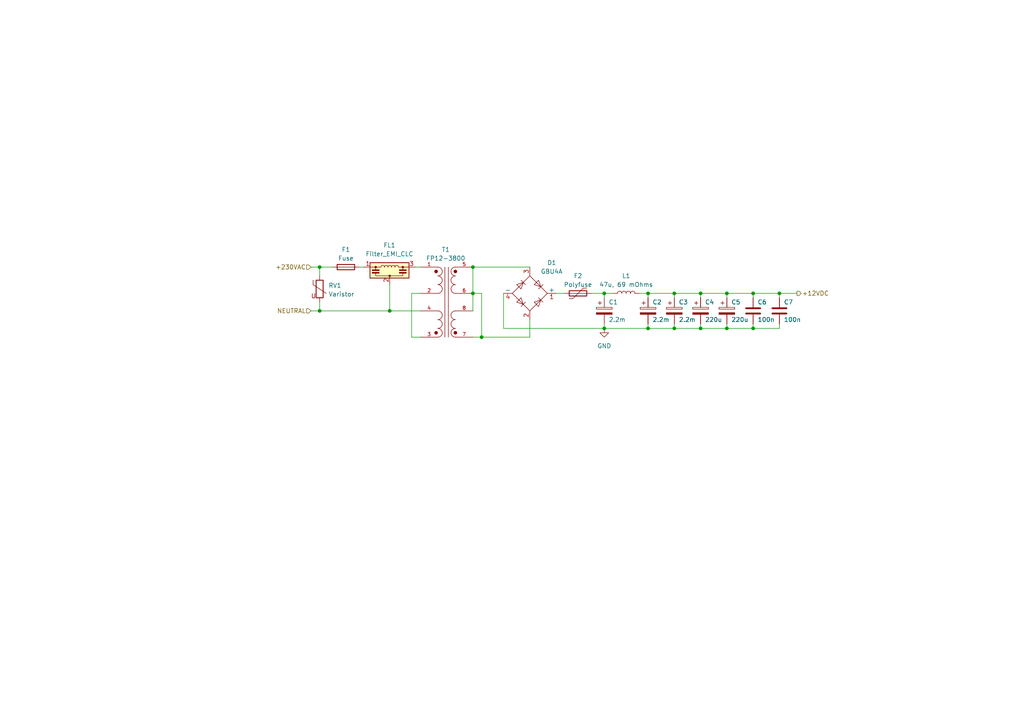
<source format=kicad_sch>
(kicad_sch (version 20211123) (generator eeschema)
  (paper "A4")
  (lib_symbols
    (symbol "Device:C" (pin_numbers hide) (pin_names (offset 0.254))
      (property "Reference" "C" (at 0.635 2.54 0))
      (property "Value" "C" (at 0.635 -2.54 0))
      (symbol "C_0_1"
        (polyline (pts (xy -2.032 -0.762) (xy 2.032 -0.762)) (stroke (width 0.508)))
        (polyline (pts (xy -2.032 0.762) (xy 2.032 0.762)) (stroke (width 0.508)))
      )
      (symbol "C_1_1"
        (pin passive line (at 0 3.81 270) (length 2.794) (name "~") (number "1"))
        (pin passive line (at 0 -3.81 90) (length 2.794) (name "~") (number "2"))
      )
    )
    (symbol "Device:C_Polarized" (pin_numbers hide) (pin_names (offset 0.254))
      (property "Reference" "C" (at 0.635 2.54 0))
      (property "Value" "C_Polarized" (at 0.635 -2.54 0))
      (symbol "C_Polarized_0_1"
        (rectangle (start -2.286 0.508) (end 2.286 1.016))
        (polyline (pts (xy -1.778 2.286) (xy -0.762 2.286)))
        (polyline (pts (xy -1.27 2.794) (xy -1.27 1.778)))
        (rectangle (start 2.286 -0.508) (end -2.286 -1.016) (fill (type outline)))
      )
      (symbol "C_Polarized_1_1"
        (pin passive line (at 0 3.81 270) (length 2.794) (name "~") (number "1"))
        (pin passive line (at 0 -3.81 90) (length 2.794) (name "~") (number "2"))
      )
    )
    (symbol "Device:Filter_EMI_CLC" (pin_names (offset 0.254) hide)
      (property "Reference" "FL" (at 0 6.985 0))
      (property "Value" "Filter_EMI_CLC" (at 0 5.08 0))
      (symbol "Filter_EMI_CLC_0_1"
        (rectangle (start -5.715 3.81) (end 5.588 -0.635) (stroke (width 0.254)) (fill (type background)))
        (rectangle (start -5.08 0.762) (end -3.048 1.016) (fill (type outline)))
        (circle (center -4.064 2.54) (radius 0.254) (fill (type outline)))
        (rectangle (start -3.048 1.524) (end -5.08 1.778) (fill (type outline)))
        (arc (start -1.524 2.54) (mid -2.032 3.048) (end -2.54 2.54))
        (arc (start -0.508 2.54) (mid -1.016 3.048) (end -1.524 2.54))
        (polyline (pts (xy -5.08 2.54) (xy -2.54 2.54)))
        (polyline (pts (xy -4.064 2.54) (xy -4.064 1.778)))
        (polyline (pts (xy 2.54 2.54) (xy 5.08 2.54)))
        (polyline (pts (xy 3.81 2.54) (xy 3.81 1.778)))
        (polyline (pts (xy -4.064 0.762) (xy -4.064 0) (xy 3.81 0) (xy 3.81 0.762)))
        (circle (center 0 0) (radius 0.254) (fill (type outline)))
        (arc (start 0.508 2.54) (mid 0 3.048) (end -0.508 2.54))
        (arc (start 1.524 2.54) (mid 1.016 3.048) (end 0.508 2.54))
        (arc (start 2.54 2.54) (mid 2.032 3.048) (end 1.524 2.54))
        (rectangle (start 2.794 0.762) (end 4.826 1.016) (fill (type outline)))
        (circle (center 3.81 2.54) (radius 0.254) (fill (type outline)))
        (rectangle (start 4.826 1.524) (end 2.794 1.778) (fill (type outline)))
      )
      (symbol "Filter_EMI_CLC_1_1"
        (pin passive line (at -7.62 2.54 0) (length 2.54) (name "1") (number "1"))
        (pin passive line (at 0 -2.54 90) (length 2.54) (name "2") (number "2"))
        (pin passive line (at 7.62 2.54 180) (length 2.54) (name "3") (number "3"))
      )
    )
    (symbol "Device:Fuse" (pin_numbers hide) (pin_names (offset 0))
      (property "Reference" "F" (at 2.032 0 90))
      (property "Value" "Fuse" (at -1.905 0 90))
      (symbol "Fuse_0_1"
        (rectangle (start -0.762 -2.54) (end 0.762 2.54) (stroke (width 0.254)))
        (polyline (pts (xy 0 2.54) (xy 0 -2.54)))
      )
      (symbol "Fuse_1_1"
        (pin passive line (at 0 3.81 270) (length 1.27) (name "~") (number "1"))
        (pin passive line (at 0 -3.81 90) (length 1.27) (name "~") (number "2"))
      )
    )
    (symbol "Device:L" (pin_numbers hide) (pin_names (offset 1.016) hide)
      (property "Reference" "L" (at -1.27 0 90))
      (property "Value" "L" (at 1.905 0 90))
      (symbol "L_0_1"
        (arc (start 0 -2.54) (mid 0.635 -1.905) (end 0 -1.27))
        (arc (start 0 -1.27) (mid 0.635 -0.635) (end 0 0))
        (arc (start 0 0) (mid 0.635 0.635) (end 0 1.27))
        (arc (start 0 1.27) (mid 0.635 1.905) (end 0 2.54))
      )
      (symbol "L_1_1"
        (pin passive line (at 0 3.81 270) (length 1.27) (name "1") (number "1"))
        (pin passive line (at 0 -3.81 90) (length 1.27) (name "2") (number "2"))
      )
    )
    (symbol "Device:Polyfuse" (pin_numbers hide) (pin_names (offset 0))
      (property "Reference" "F" (at -2.54 0 90))
      (property "Value" "Polyfuse" (at 2.54 0 90))
      (symbol "Polyfuse_0_1"
        (rectangle (start -0.762 2.54) (end 0.762 -2.54) (stroke (width 0.254)))
        (polyline (pts (xy 0 2.54) (xy 0 -2.54)))
        (polyline (pts (xy -1.524 2.54) (xy -1.524 1.524) (xy 1.524 -1.524) (xy 1.524 -2.54)))
      )
      (symbol "Polyfuse_1_1"
        (pin passive line (at 0 3.81 270) (length 1.27) (name "~") (number "1"))
        (pin passive line (at 0 -3.81 90) (length 1.27) (name "~") (number "2"))
      )
    )
    (symbol "Device:Varistor" (pin_numbers hide) (pin_names (offset 0))
      (property "Reference" "RV" (at 3.175 0 90))
      (property "Value" "Varistor" (at -3.175 0 90))
      (symbol "Varistor_0_0"
        (text "U" (at -1.778 -2.032 0) (effects (font (size 1.27 1.27))))
      )
      (symbol "Varistor_0_1"
        (rectangle (start -1.016 -2.54) (end 1.016 2.54) (stroke (width 0.254)))
        (polyline (pts (xy -1.905 2.54) (xy -1.905 1.27) (xy 1.905 -1.27)))
      )
      (symbol "Varistor_1_1"
        (pin passive line (at 0 3.81 270) (length 1.27) (name "~") (number "1"))
        (pin passive line (at 0 -3.81 90) (length 1.27) (name "~") (number "2"))
      )
    )
    (symbol "Diode_Bridge:GBU4A" (pin_names (offset 0))
      (property "Reference" "D" (at 2.54 6.985 0))
      (property "Value" "GBU4A" (at 2.54 5.08 0))
      (symbol "GBU4A_0_1"
        (polyline (pts (xy -2.54 3.81) (xy -1.27 2.54)))
        (polyline (pts (xy -1.27 -2.54) (xy -2.54 -3.81)))
        (polyline (pts (xy 2.54 -1.27) (xy 3.81 -2.54)))
        (polyline (pts (xy 2.54 1.27) (xy 3.81 2.54)))
        (polyline (pts (xy -3.81 2.54) (xy -2.54 1.27) (xy -1.905 3.175) (xy -3.81 2.54)))
        (polyline (pts (xy -2.54 -1.27) (xy -3.81 -2.54) (xy -1.905 -3.175) (xy -2.54 -1.27)))
        (polyline (pts (xy 1.27 2.54) (xy 2.54 3.81) (xy 3.175 1.905) (xy 1.27 2.54)))
        (polyline (pts (xy 3.175 -1.905) (xy 1.27 -2.54) (xy 2.54 -3.81) (xy 3.175 -1.905)))
        (polyline (pts (xy -5.08 0) (xy 0 -5.08) (xy 5.08 0) (xy 0 5.08) (xy -5.08 0)))
      )
      (symbol "GBU4A_1_1"
        (pin passive line (at 7.62 0 180) (length 2.54) (name "+") (number "1"))
        (pin passive line (at 0 -7.62 90) (length 2.54) (name "~") (number "2"))
        (pin passive line (at 0 7.62 270) (length 2.54) (name "~") (number "3"))
        (pin passive line (at -7.62 0 0) (length 2.54) (name "-") (number "4"))
      )
    )
    (symbol "FP12-3800:FP12-3800" (pin_names (offset 1.016))
      (property "Reference" "T" (at -5.0839 12.7079 0))
      (property "Value" "FP12-3800" (at -5.0814 -12.7027 0))
      (symbol "FP12-3800_0_0"
        (circle (center -3.048 -8.89) (radius 0.254) (stroke (width 0.508)))
        (circle (center -3.048 8.89) (radius 0.254) (stroke (width 0.508)))
        (arc (start -2.54 -10.16) (mid -1.27 -8.89) (end -2.54 -7.62) (stroke (width 0.1524)))
        (arc (start -2.54 -7.62) (mid -1.27 -6.35) (end -2.54 -5.08) (stroke (width 0.1524)))
        (arc (start -2.54 -5.08) (mid -1.27 -3.81) (end -2.54 -2.54) (stroke (width 0.1524)))
        (arc (start -2.54 2.54) (mid -1.27 3.81) (end -2.54 5.08) (stroke (width 0.1524)))
        (arc (start -2.54 5.08) (mid -1.27 6.35) (end -2.54 7.62) (stroke (width 0.1524)))
        (arc (start -2.54 7.62) (mid -1.27 8.89) (end -2.54 10.16) (stroke (width 0.1524)))
        (polyline (pts (xy -0.508 10.16) (xy -0.508 -10.16)) (stroke (width 0.1524)))
        (polyline (pts (xy 0.508 10.16) (xy 0.508 -10.16)) (stroke (width 0.1524)))
        (circle (center 2.54 -8.89) (radius 0.254) (stroke (width 0.508)))
        (arc (start 2.54 -7.62) (mid 1.27 -8.89) (end 2.54 -10.16) (stroke (width 0.1524)))
        (arc (start 2.54 -5.08) (mid 1.27 -6.35) (end 2.54 -7.62) (stroke (width 0.1524)))
        (arc (start 2.54 -2.54) (mid 1.27 -3.81) (end 2.54 -5.08) (stroke (width 0.1524)))
        (arc (start 2.54 5.08) (mid 1.27 3.81) (end 2.54 2.54) (stroke (width 0.1524)))
        (arc (start 2.54 7.62) (mid 1.27 6.35) (end 2.54 5.08) (stroke (width 0.1524)))
        (circle (center 2.54 8.89) (radius 0.254) (stroke (width 0.508)))
        (arc (start 2.54 10.16) (mid 1.27 8.89) (end 2.54 7.62) (stroke (width 0.1524)))
        (pin passive line (at -7.62 10.16 0) (length 5.08) (name "~") (number "1"))
        (pin passive line (at -7.62 2.54 0) (length 5.08) (name "~") (number "2"))
        (pin passive line (at -7.62 -10.16 0) (length 5.08) (name "~") (number "3"))
        (pin passive line (at -7.62 -2.54 0) (length 5.08) (name "~") (number "4"))
        (pin passive line (at 7.62 10.16 180) (length 5.08) (name "~") (number "5"))
        (pin passive line (at 7.62 2.54 180) (length 5.08) (name "~") (number "6"))
        (pin passive line (at 7.62 -10.16 180) (length 5.08) (name "~") (number "7"))
        (pin passive line (at 7.62 -2.54 180) (length 5.08) (name "~") (number "8"))
      )
    )
    (symbol "power:GND" (power) (pin_names (offset 0))
      (property "Value" "GND" (at 0 -3.81 0))
      (symbol "GND_0_1"
        (polyline (pts (xy 0 0) (xy 0 -1.27) (xy 1.27 -1.27) (xy 0 -2.54) (xy -1.27 -1.27) (xy 0 -1.27)))
      )
      (symbol "GND_1_1"
        (pin power_in line (at 0 0 270) (length 0) hide (name "GND") (number "1"))
      )
    )
  )
  (junction (at 139.7 97.79))
  (junction (at 175.26 85.09))
  (junction (at 92.71 90.17))
  (junction (at 203.2 95.25))
  (junction (at 195.58 85.09))
  (junction (at 203.2 85.09))
  (junction (at 187.96 95.25))
  (junction (at 195.58 95.25))
  (junction (at 210.82 95.25))
  (junction (at 218.44 95.25))
  (junction (at 137.16 77.47))
  (junction (at 92.71 77.47))
  (junction (at 226.06 85.09))
  (junction (at 210.82 85.09))
  (junction (at 137.16 85.09))
  (junction (at 187.96 85.09))
  (junction (at 113.03 90.17))
  (junction (at 175.26 95.25))
  (junction (at 218.44 85.09))
  (wire (pts (xy 187.96 93.98) (xy 187.96 95.25)))
  (wire (pts (xy 187.96 85.09) (xy 187.96 86.36)))
  (wire (pts (xy 175.26 93.98) (xy 175.26 95.25)))
  (wire (pts (xy 92.71 90.17) (xy 113.03 90.17)))
  (wire (pts (xy 210.82 85.09) (xy 210.82 86.36)))
  (wire (pts (xy 139.7 97.79) (xy 153.67 97.79)))
  (wire (pts (xy 210.82 85.09) (xy 218.44 85.09)))
  (wire (pts (xy 203.2 95.25) (xy 210.82 95.25)))
  (wire (pts (xy 187.96 95.25) (xy 195.58 95.25)))
  (wire (pts (xy 218.44 85.09) (xy 226.06 85.09)))
  (wire (pts (xy 195.58 85.09) (xy 195.58 86.36)))
  (wire (pts (xy 175.26 85.09) (xy 175.26 86.36)))
  (wire (pts (xy 187.96 85.09) (xy 195.58 85.09)))
  (wire (pts (xy 210.82 95.25) (xy 218.44 95.25)))
  (wire (pts (xy 171.45 85.09) (xy 175.26 85.09)))
  (wire (pts (xy 210.82 95.25) (xy 210.82 93.98)))
  (wire (pts (xy 175.26 85.09) (xy 177.8 85.09)))
  (wire (pts (xy 104.14 77.47) (xy 105.41 77.47)))
  (wire (pts (xy 137.16 85.09) (xy 139.7 85.09)))
  (wire (pts (xy 137.16 77.47) (xy 137.16 85.09)))
  (wire (pts (xy 121.92 85.09) (xy 119.38 85.09)))
  (wire (pts (xy 203.2 86.36) (xy 203.2 85.09)))
  (wire (pts (xy 96.52 77.47) (xy 92.71 77.47)))
  (wire (pts (xy 120.65 77.47) (xy 121.92 77.47)))
  (wire (pts (xy 203.2 93.98) (xy 203.2 95.25)))
  (wire (pts (xy 203.2 85.09) (xy 195.58 85.09)))
  (wire (pts (xy 203.2 85.09) (xy 210.82 85.09)))
  (wire (pts (xy 92.71 87.63) (xy 92.71 90.17)))
  (wire (pts (xy 90.17 90.17) (xy 92.71 90.17)))
  (wire (pts (xy 90.17 77.47) (xy 92.71 77.47)))
  (wire (pts (xy 195.58 95.25) (xy 195.58 93.98)))
  (wire (pts (xy 218.44 93.98) (xy 218.44 95.25)))
  (wire (pts (xy 185.42 85.09) (xy 187.96 85.09)))
  (wire (pts (xy 218.44 85.09) (xy 218.44 86.36)))
  (wire (pts (xy 146.05 85.09) (xy 146.05 95.25)))
  (wire (pts (xy 226.06 95.25) (xy 226.06 93.98)))
  (wire (pts (xy 146.05 95.25) (xy 175.26 95.25)))
  (wire (pts (xy 175.26 95.25) (xy 187.96 95.25)))
  (wire (pts (xy 92.71 77.47) (xy 92.71 80.01)))
  (wire (pts (xy 113.03 82.55) (xy 113.03 90.17)))
  (wire (pts (xy 119.38 97.79) (xy 121.92 97.79)))
  (wire (pts (xy 119.38 85.09) (xy 119.38 97.79)))
  (wire (pts (xy 226.06 85.09) (xy 226.06 86.36)))
  (wire (pts (xy 137.16 77.47) (xy 153.67 77.47)))
  (wire (pts (xy 203.2 95.25) (xy 195.58 95.25)))
  (wire (pts (xy 137.16 97.79) (xy 139.7 97.79)))
  (wire (pts (xy 153.67 97.79) (xy 153.67 92.71)))
  (wire (pts (xy 139.7 85.09) (xy 139.7 97.79)))
  (wire (pts (xy 137.16 85.09) (xy 137.16 90.17)))
  (wire (pts (xy 226.06 85.09) (xy 231.14 85.09)))
  (wire (pts (xy 218.44 95.25) (xy 226.06 95.25)))
  (wire (pts (xy 113.03 90.17) (xy 121.92 90.17)))
  (wire (pts (xy 161.29 85.09) (xy 163.83 85.09)))
  (hierarchical_label "+230VAC" (shape input) (at 90.17 77.47 180))
  (hierarchical_label "+12VDC" (shape output) (at 231.14 85.09 0))
  (hierarchical_label "NEUTRAL" (shape input) (at 90.17 90.17 180))
  (symbol (lib_id "Device:Polyfuse") (at 167.64 85.09 90) (unit 1)
    (property "Reference" "F2" (at 167.64 80.01 90))
    (property "Value" "Polyfuse" (at 167.64 82.55 90))
  )
  (symbol (lib_id "Device:C") (at 226.06 90.17 0) (unit 1)
    (property "Reference" "C7" (at 227.33 87.63 0) (effects (justify left)))
    (property "Value" "100n" (at 227.33 92.71 0) (effects (justify left)))
  )
  (symbol (lib_id "Device:Fuse") (at 100.33 77.47 90) (unit 1)
    (property "Reference" "F1" (at 100.33 72.39 90))
    (property "Value" "Fuse" (at 100.33 74.93 90))
  )
  (symbol (lib_id "Device:C_Polarized") (at 203.2 90.17 0) (unit 1)
    (property "Reference" "C4" (at 204.47 87.63 0) (effects (justify left)))
    (property "Value" "220u" (at 204.47 92.71 0) (effects (justify left)))
  )
  (symbol (lib_id "Device:C_Polarized") (at 210.82 90.17 0) (unit 1)
    (property "Reference" "C5" (at 212.09 87.63 0) (effects (justify left)))
    (property "Value" "220u" (at 212.09 92.71 0) (effects (justify left)))
  )
  (symbol (lib_id "Device:Varistor") (at 92.71 83.82 0) (unit 1)
    (property "Reference" "RV1" (at 95.25 82.8031 0) (effects (justify left)))
    (property "Value" "Varistor" (at 95.25 85.3431 0) (effects (justify left)))
  )
  (symbol (lib_id "Device:C") (at 218.44 90.17 0) (unit 1)
    (property "Reference" "C6" (at 219.71 87.63 0) (effects (justify left)))
    (property "Value" "100n" (at 219.71 92.71 0) (effects (justify left)))
  )
  (symbol (lib_id "FP12-3800:FP12-3800") (at 129.54 87.63 0) (unit 1)
    (property "Reference" "T1" (at 129.286 72.39 0))
    (property "Value" "FP12-3800" (at 129.286 74.93 0))
    (property "Footprint" "FP12-3800:XFMR_FP12-3800" (effects hide))
    (property "MF" "Triad Magnetics" (effects hide))
    (property "Description" "\nPWR XFMR LAMINATED 48VA TH\n" (effects hide))
    (property "Package" "None" (effects hide))
    (property "Price" "None" (effects hide))
    (property "Check_prices" "https://www.snapeda.com/parts/FP12-3800/Triad+Magnetics/view-part/?ref=eda" (effects hide))
    (property "STANDARD" "Manufacturer Recommendations" (effects hide))
    (property "SnapEDA_Link" "https://www.snapeda.com/parts/FP12-3800/Triad+Magnetics/view-part/?ref=snap" (effects hide))
    (property "MP" "FP12-3800" (effects hide))
    (property "Purchase-URL" "https://www.snapeda.com/api/url_track_click_mouser/?unipart_id=3214296&manufacturer=Triad Magnetics&part_name=FP12-3800&search_term=None" (effects hide))
    (property "Availability" "In Stock" (effects hide))
    (property "MANUFACTURER" "Triad Magnetics" (effects hide))
  )
  (symbol (lib_id "Device:C_Polarized") (at 175.26 90.17 0) (unit 1)
    (property "Reference" "C1" (at 176.53 87.63 0) (effects (justify left)))
    (property "Value" "2.2m" (at 176.53 92.71 0) (effects (justify left)))
  )
  (symbol (lib_id "Device:L") (at 181.61 85.09 90) (unit 1)
    (property "Reference" "L1" (at 181.61 80.01 90))
    (property "Value" "47u, 69 mOhms" (at 181.61 82.55 90))
  )
  (symbol (lib_id "Device:C_Polarized") (at 195.58 90.17 0) (unit 1)
    (property "Reference" "C3" (at 196.85 87.63 0) (effects (justify left)))
    (property "Value" "2.2m" (at 196.85 92.71 0) (effects (justify left)))
  )
  (symbol (lib_id "Device:C_Polarized") (at 187.96 90.17 0) (unit 1)
    (property "Reference" "C2" (at 189.23 87.63 0) (effects (justify left)))
    (property "Value" "2.2m" (at 189.23 92.71 0) (effects (justify left)))
  )
  (symbol (lib_id "power:GND") (at 175.26 95.25 0) (unit 1)
    (property "Reference" "#PWR02" (effects hide))
    (property "Value" "GND" (at 175.26 100.33 0))
  )
  (symbol (lib_id "Device:Filter_EMI_CLC") (at 113.03 80.01 0) (unit 1)
    (property "Reference" "FL1" (at 112.9665 71.12 0))
    (property "Value" "Filter_EMI_CLC" (at 112.9665 73.66 0))
    (property "Datasheet" "http://www.murata.com/~/media/webrenewal/support/library/catalog/products/emc/emifil/c31e.ashx?la=en-gb" (effects hide))
  )
  (symbol (lib_id "Diode_Bridge:GBU4A") (at 153.67 85.09 0) (unit 1)
    (property "Reference" "D1" (at 160.02 76.2 0))
    (property "Value" "GBU4A" (at 160.02 78.74 0))
    (property "Footprint" "Diode_THT:Diode_Bridge_Vishay_GBU" (effects hide))
    (property "Datasheet" "http://www.vishay.com/docs/88656/gbu4a.pdf" (effects hide))
  )
)
</source>
